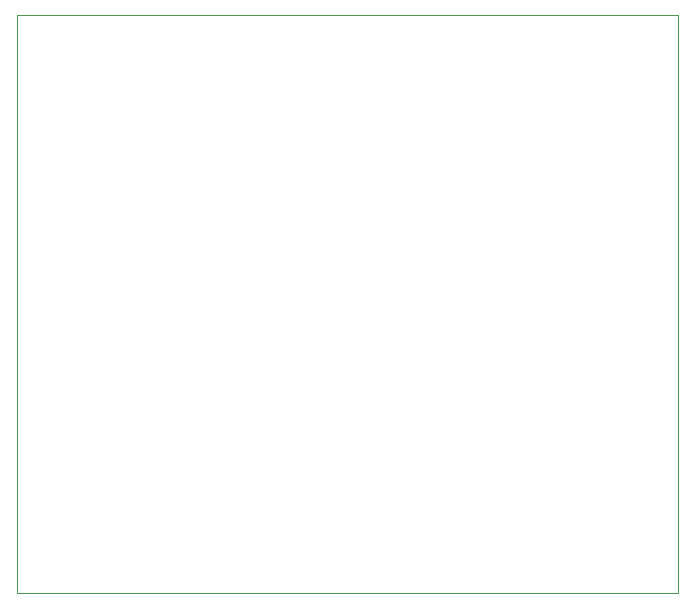
<source format=gbr>
G04*
G04 #@! TF.GenerationSoftware,Altium Limited,Altium Designer,22.4.2 (48)*
G04*
G04 Layer_Color=0*
%FSLAX44Y44*%
%MOMM*%
G71*
G04*
G04 #@! TF.SameCoordinates,526C220A-A096-4E3C-8F2C-01EC2D9484EB*
G04*
G04*
G04 #@! TF.FilePolarity,Positive*
G04*
G01*
G75*
%ADD42C,0.0254*%
D42*
X0Y0D02*
X560000D01*
Y490000D01*
X0D01*
Y0D01*
M02*

</source>
